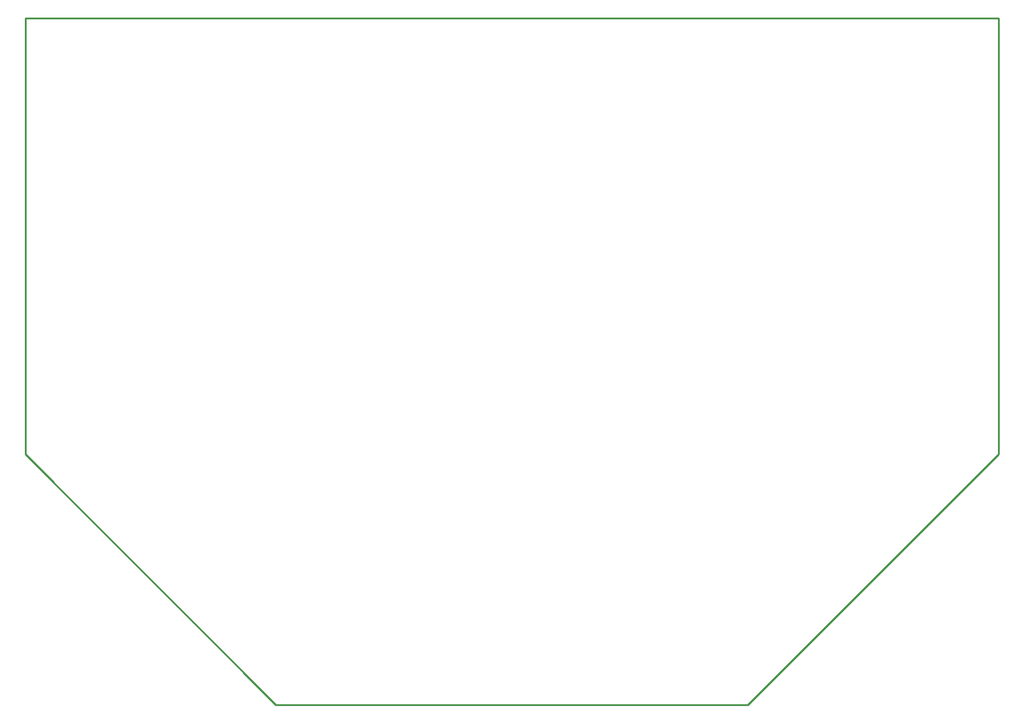
<source format=gm1>
G04*
G04 #@! TF.GenerationSoftware,Altium Limited,Altium Designer,20.1.14 (287)*
G04*
G04 Layer_Color=16711935*
%FSLAX25Y25*%
%MOIN*%
G70*
G04*
G04 #@! TF.SameCoordinates,FB09635C-FFB3-414F-8314-2C795C5734A7*
G04*
G04*
G04 #@! TF.FilePolarity,Positive*
G04*
G01*
G75*
%ADD13C,0.01000*%
D13*
X137858D02*
X397503D01*
X0Y137858D02*
Y377970D01*
X535447D01*
X0Y137858D02*
X137858Y0D01*
X535447Y377970D02*
X535447Y137944D01*
X397503Y0D02*
X535447Y137944D01*
M02*

</source>
